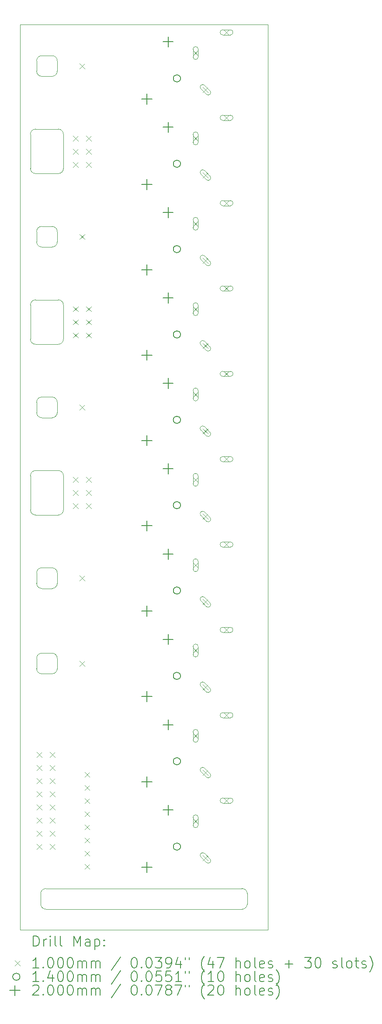
<source format=gbr>
%TF.GenerationSoftware,KiCad,Pcbnew,8.0.3*%
%TF.CreationDate,2024-06-29T16:08:03+02:00*%
%TF.ProjectId,DMH_Adapter_Mult_PCB,444d485f-4164-4617-9074-65725f4d756c,1*%
%TF.SameCoordinates,Original*%
%TF.FileFunction,Drillmap*%
%TF.FilePolarity,Positive*%
%FSLAX45Y45*%
G04 Gerber Fmt 4.5, Leading zero omitted, Abs format (unit mm)*
G04 Created by KiCad (PCBNEW 8.0.3) date 2024-06-29 16:08:03*
%MOMM*%
%LPD*%
G01*
G04 APERTURE LIST*
%ADD10C,0.050000*%
%ADD11C,0.200000*%
%ADD12C,0.100000*%
%ADD13C,0.140000*%
G04 APERTURE END LIST*
D10*
X5690000Y-13880000D02*
X5690000Y-13220000D01*
X5150000Y-7380000D02*
G75*
G02*
X5050000Y-7280000I0J100000D01*
G01*
X5250000Y-21300000D02*
G75*
G02*
X5350000Y-21200000I100000J0D01*
G01*
X5170000Y-15300000D02*
X5170000Y-15100000D01*
X5570000Y-15300000D02*
G75*
G02*
X5470000Y-15400000I-100000J0D01*
G01*
X5570000Y-8500000D02*
X5570000Y-8700000D01*
X5170000Y-11999289D02*
X5170000Y-11799289D01*
X5570000Y-5400000D02*
G75*
G02*
X5470000Y-5500000I-100000J0D01*
G01*
X5270000Y-15400000D02*
G75*
G02*
X5170000Y-15300000I0J100000D01*
G01*
X5570000Y-5200000D02*
X5570000Y-5400000D01*
X5470000Y-17050000D02*
X5270000Y-17050000D01*
X5150000Y-10680000D02*
X5590000Y-10680000D01*
X5170000Y-16950000D02*
X5170000Y-16750000D01*
X5170000Y-16750000D02*
G75*
G02*
X5270000Y-16650000I100000J0D01*
G01*
X5570000Y-15100000D02*
X5570000Y-15300000D01*
X5150000Y-10680000D02*
G75*
G02*
X5050000Y-10580000I0J100000D01*
G01*
X5270000Y-5100000D02*
X5470000Y-5100000D01*
X5170000Y-5400000D02*
X5170000Y-5200000D01*
X5470000Y-12099289D02*
X5270000Y-12099289D01*
X5270000Y-5500000D02*
G75*
G02*
X5170000Y-5400000I0J100000D01*
G01*
X9250000Y-21300000D02*
X9250000Y-21500000D01*
X5250000Y-21300000D02*
X5250000Y-21500000D01*
X5590000Y-13120000D02*
G75*
G02*
X5690000Y-13220000I0J-100000D01*
G01*
X5150000Y-13980000D02*
X5590000Y-13980000D01*
X9150000Y-21200000D02*
X5350000Y-21200000D01*
X9150000Y-21200000D02*
G75*
G02*
X9250000Y-21300000I0J-100000D01*
G01*
X9250000Y-21500000D02*
G75*
G02*
X9150000Y-21600000I-100000J0D01*
G01*
X5570000Y-16950000D02*
G75*
G02*
X5470000Y-17050000I-100000J0D01*
G01*
X4850000Y-4500000D02*
X9650000Y-4500000D01*
X9650000Y-22000000D01*
X4850000Y-22000000D01*
X4850000Y-4500000D01*
X5470000Y-11699289D02*
G75*
G02*
X5570001Y-11799289I0J-100001D01*
G01*
X5170000Y-11799289D02*
G75*
G02*
X5270000Y-11699290I100000J-1D01*
G01*
X5570000Y-11799289D02*
X5570000Y-11999289D01*
X5270000Y-11699289D02*
X5470000Y-11699289D01*
X5590000Y-9820000D02*
X5150000Y-9820000D01*
X5050000Y-13220000D02*
X5050000Y-13880000D01*
X5590000Y-6520000D02*
G75*
G02*
X5690000Y-6620000I0J-100000D01*
G01*
X5270000Y-16650000D02*
X5470000Y-16650000D01*
X5690000Y-7280000D02*
G75*
G02*
X5590000Y-7380000I-100000J0D01*
G01*
X5350000Y-21600000D02*
G75*
G02*
X5250000Y-21500000I0J100000D01*
G01*
X5150000Y-13980000D02*
G75*
G02*
X5050000Y-13880000I0J100000D01*
G01*
X5050000Y-6620000D02*
X5050000Y-7280000D01*
X5570000Y-11999289D02*
G75*
G02*
X5470000Y-12099290I-100000J-1D01*
G01*
X5470000Y-15400000D02*
X5270000Y-15400000D01*
X5170000Y-15100000D02*
G75*
G02*
X5270000Y-15000000I100000J0D01*
G01*
X5590000Y-9820000D02*
G75*
G02*
X5690000Y-9920000I0J-100000D01*
G01*
X5270000Y-17050000D02*
G75*
G02*
X5170000Y-16950000I0J100000D01*
G01*
X5470000Y-16650000D02*
G75*
G02*
X5570000Y-16750000I0J-100000D01*
G01*
X5050000Y-9920000D02*
X5050000Y-10580000D01*
X5350000Y-21600000D02*
X9150000Y-21600000D01*
X5050000Y-6620000D02*
G75*
G02*
X5150000Y-6520000I100000J0D01*
G01*
X5690000Y-10580000D02*
G75*
G02*
X5590000Y-10680000I-100000J0D01*
G01*
X5470000Y-8400000D02*
G75*
G02*
X5570000Y-8500000I0J-100000D01*
G01*
X5170000Y-5200000D02*
G75*
G02*
X5270000Y-5100000I100000J0D01*
G01*
X5270000Y-15000000D02*
X5470000Y-15000000D01*
X5170000Y-8700000D02*
X5170000Y-8500000D01*
X5270000Y-12099289D02*
G75*
G02*
X5170001Y-11999289I0J99999D01*
G01*
X5570000Y-16750000D02*
X5570000Y-16950000D01*
X5270000Y-8800000D02*
G75*
G02*
X5170000Y-8700000I0J100000D01*
G01*
X5150000Y-7380000D02*
X5590000Y-7380000D01*
X5470000Y-8800000D02*
X5270000Y-8800000D01*
X5270000Y-8400000D02*
X5470000Y-8400000D01*
X5590000Y-13120000D02*
X5150000Y-13120000D01*
X5690000Y-13880000D02*
G75*
G02*
X5590000Y-13980000I-100000J0D01*
G01*
X5470000Y-15000000D02*
G75*
G02*
X5570000Y-15100000I0J-100000D01*
G01*
X5470000Y-5500000D02*
X5270000Y-5500000D01*
X5470000Y-5100000D02*
G75*
G02*
X5570000Y-5200000I0J-100000D01*
G01*
X5170000Y-8500000D02*
G75*
G02*
X5270000Y-8400000I100000J0D01*
G01*
X5690000Y-10580000D02*
X5690000Y-9920000D01*
X5570000Y-8700000D02*
G75*
G02*
X5470000Y-8800000I-100000J0D01*
G01*
X5050000Y-13220000D02*
G75*
G02*
X5150000Y-13120000I100000J0D01*
G01*
X5590000Y-6520000D02*
X5150000Y-6520000D01*
X5050000Y-9920000D02*
G75*
G02*
X5150000Y-9820000I100000J0D01*
G01*
X5690000Y-7280000D02*
X5690000Y-6620000D01*
D11*
D12*
X5171250Y-18561000D02*
X5271250Y-18661000D01*
X5271250Y-18561000D02*
X5171250Y-18661000D01*
X5171250Y-18815000D02*
X5271250Y-18915000D01*
X5271250Y-18815000D02*
X5171250Y-18915000D01*
X5171250Y-19069000D02*
X5271250Y-19169000D01*
X5271250Y-19069000D02*
X5171250Y-19169000D01*
X5171250Y-19323000D02*
X5271250Y-19423000D01*
X5271250Y-19323000D02*
X5171250Y-19423000D01*
X5171250Y-19577000D02*
X5271250Y-19677000D01*
X5271250Y-19577000D02*
X5171250Y-19677000D01*
X5171250Y-19831000D02*
X5271250Y-19931000D01*
X5271250Y-19831000D02*
X5171250Y-19931000D01*
X5171250Y-20085000D02*
X5271250Y-20185000D01*
X5271250Y-20085000D02*
X5171250Y-20185000D01*
X5171250Y-20339000D02*
X5271250Y-20439000D01*
X5271250Y-20339000D02*
X5171250Y-20439000D01*
X5425250Y-18561000D02*
X5525250Y-18661000D01*
X5525250Y-18561000D02*
X5425250Y-18661000D01*
X5425250Y-18815000D02*
X5525250Y-18915000D01*
X5525250Y-18815000D02*
X5425250Y-18915000D01*
X5425250Y-19069000D02*
X5525250Y-19169000D01*
X5525250Y-19069000D02*
X5425250Y-19169000D01*
X5425250Y-19323000D02*
X5525250Y-19423000D01*
X5525250Y-19323000D02*
X5425250Y-19423000D01*
X5425250Y-19577000D02*
X5525250Y-19677000D01*
X5525250Y-19577000D02*
X5425250Y-19677000D01*
X5425250Y-19831000D02*
X5525250Y-19931000D01*
X5525250Y-19831000D02*
X5425250Y-19931000D01*
X5425250Y-20085000D02*
X5525250Y-20185000D01*
X5525250Y-20085000D02*
X5425250Y-20185000D01*
X5425250Y-20339000D02*
X5525250Y-20439000D01*
X5525250Y-20339000D02*
X5425250Y-20439000D01*
X5873500Y-6647500D02*
X5973500Y-6747500D01*
X5973500Y-6647500D02*
X5873500Y-6747500D01*
X5873500Y-6901500D02*
X5973500Y-7001500D01*
X5973500Y-6901500D02*
X5873500Y-7001500D01*
X5873500Y-7155500D02*
X5973500Y-7255500D01*
X5973500Y-7155500D02*
X5873500Y-7255500D01*
X5873500Y-9947500D02*
X5973500Y-10047500D01*
X5973500Y-9947500D02*
X5873500Y-10047500D01*
X5873500Y-10201500D02*
X5973500Y-10301500D01*
X5973500Y-10201500D02*
X5873500Y-10301500D01*
X5873500Y-10455500D02*
X5973500Y-10555500D01*
X5973500Y-10455500D02*
X5873500Y-10555500D01*
X5873500Y-13247500D02*
X5973500Y-13347500D01*
X5973500Y-13247500D02*
X5873500Y-13347500D01*
X5873500Y-13501500D02*
X5973500Y-13601500D01*
X5973500Y-13501500D02*
X5873500Y-13601500D01*
X5873500Y-13755500D02*
X5973500Y-13855500D01*
X5973500Y-13755500D02*
X5873500Y-13855500D01*
X6000000Y-5250000D02*
X6100000Y-5350000D01*
X6100000Y-5250000D02*
X6000000Y-5350000D01*
X6000000Y-8550000D02*
X6100000Y-8650000D01*
X6100000Y-8550000D02*
X6000000Y-8650000D01*
X6000000Y-11850000D02*
X6100000Y-11950000D01*
X6100000Y-11850000D02*
X6000000Y-11950000D01*
X6000000Y-15150000D02*
X6100000Y-15250000D01*
X6100000Y-15150000D02*
X6000000Y-15250000D01*
X6000000Y-16800000D02*
X6100000Y-16900000D01*
X6100000Y-16800000D02*
X6000000Y-16900000D01*
X6100000Y-18948000D02*
X6200000Y-19048000D01*
X6200000Y-18948000D02*
X6100000Y-19048000D01*
X6100000Y-19202000D02*
X6200000Y-19302000D01*
X6200000Y-19202000D02*
X6100000Y-19302000D01*
X6100000Y-19456000D02*
X6200000Y-19556000D01*
X6200000Y-19456000D02*
X6100000Y-19556000D01*
X6100000Y-19710000D02*
X6200000Y-19810000D01*
X6200000Y-19710000D02*
X6100000Y-19810000D01*
X6100000Y-19964000D02*
X6200000Y-20064000D01*
X6200000Y-19964000D02*
X6100000Y-20064000D01*
X6100000Y-20218000D02*
X6200000Y-20318000D01*
X6200000Y-20218000D02*
X6100000Y-20318000D01*
X6100000Y-20472000D02*
X6200000Y-20572000D01*
X6200000Y-20472000D02*
X6100000Y-20572000D01*
X6100000Y-20726000D02*
X6200000Y-20826000D01*
X6200000Y-20726000D02*
X6100000Y-20826000D01*
X6127500Y-6647500D02*
X6227500Y-6747500D01*
X6227500Y-6647500D02*
X6127500Y-6747500D01*
X6127500Y-6901500D02*
X6227500Y-7001500D01*
X6227500Y-6901500D02*
X6127500Y-7001500D01*
X6127500Y-7155500D02*
X6227500Y-7255500D01*
X6227500Y-7155500D02*
X6127500Y-7255500D01*
X6127500Y-9947500D02*
X6227500Y-10047500D01*
X6227500Y-9947500D02*
X6127500Y-10047500D01*
X6127500Y-10201500D02*
X6227500Y-10301500D01*
X6227500Y-10201500D02*
X6127500Y-10301500D01*
X6127500Y-10455500D02*
X6227500Y-10555500D01*
X6227500Y-10455500D02*
X6127500Y-10555500D01*
X6127500Y-13247500D02*
X6227500Y-13347500D01*
X6227500Y-13247500D02*
X6127500Y-13347500D01*
X6127500Y-13501500D02*
X6227500Y-13601500D01*
X6227500Y-13501500D02*
X6127500Y-13601500D01*
X6127500Y-13755500D02*
X6227500Y-13855500D01*
X6227500Y-13755500D02*
X6127500Y-13855500D01*
X8200000Y-5000000D02*
X8300000Y-5100000D01*
X8300000Y-5000000D02*
X8200000Y-5100000D01*
X8300000Y-5125000D02*
X8300000Y-4975000D01*
X8200000Y-4975000D02*
G75*
G02*
X8300000Y-4975000I50000J0D01*
G01*
X8200000Y-4975000D02*
X8200000Y-5125000D01*
X8200000Y-5125000D02*
G75*
G03*
X8300000Y-5125000I50000J0D01*
G01*
X8200000Y-6650000D02*
X8300000Y-6750000D01*
X8300000Y-6650000D02*
X8200000Y-6750000D01*
X8300000Y-6775000D02*
X8300000Y-6625000D01*
X8200000Y-6625000D02*
G75*
G02*
X8300000Y-6625000I50000J0D01*
G01*
X8200000Y-6625000D02*
X8200000Y-6775000D01*
X8200000Y-6775000D02*
G75*
G03*
X8300000Y-6775000I50000J0D01*
G01*
X8200000Y-8300000D02*
X8300000Y-8400000D01*
X8300000Y-8300000D02*
X8200000Y-8400000D01*
X8300000Y-8425000D02*
X8300000Y-8275000D01*
X8200000Y-8275000D02*
G75*
G02*
X8300000Y-8275000I50000J0D01*
G01*
X8200000Y-8275000D02*
X8200000Y-8425000D01*
X8200000Y-8425000D02*
G75*
G03*
X8300000Y-8425000I50000J0D01*
G01*
X8200000Y-9950000D02*
X8300000Y-10050000D01*
X8300000Y-9950000D02*
X8200000Y-10050000D01*
X8300000Y-10075000D02*
X8300000Y-9925000D01*
X8200000Y-9925000D02*
G75*
G02*
X8300000Y-9925000I50000J0D01*
G01*
X8200000Y-9925000D02*
X8200000Y-10075000D01*
X8200000Y-10075000D02*
G75*
G03*
X8300000Y-10075000I50000J0D01*
G01*
X8200000Y-11600000D02*
X8300000Y-11700000D01*
X8300000Y-11600000D02*
X8200000Y-11700000D01*
X8300000Y-11725000D02*
X8300000Y-11575000D01*
X8200000Y-11575000D02*
G75*
G02*
X8300000Y-11575000I50000J0D01*
G01*
X8200000Y-11575000D02*
X8200000Y-11725000D01*
X8200000Y-11725000D02*
G75*
G03*
X8300000Y-11725000I50000J0D01*
G01*
X8200000Y-13250000D02*
X8300000Y-13350000D01*
X8300000Y-13250000D02*
X8200000Y-13350000D01*
X8300000Y-13375000D02*
X8300000Y-13225000D01*
X8200000Y-13225000D02*
G75*
G02*
X8300000Y-13225000I50000J0D01*
G01*
X8200000Y-13225000D02*
X8200000Y-13375000D01*
X8200000Y-13375000D02*
G75*
G03*
X8300000Y-13375000I50000J0D01*
G01*
X8200000Y-14900000D02*
X8300000Y-15000000D01*
X8300000Y-14900000D02*
X8200000Y-15000000D01*
X8300000Y-15025000D02*
X8300000Y-14875000D01*
X8200000Y-14875000D02*
G75*
G02*
X8300000Y-14875000I50000J0D01*
G01*
X8200000Y-14875000D02*
X8200000Y-15025000D01*
X8200000Y-15025000D02*
G75*
G03*
X8300000Y-15025000I50000J0D01*
G01*
X8200000Y-16550000D02*
X8300000Y-16650000D01*
X8300000Y-16550000D02*
X8200000Y-16650000D01*
X8300000Y-16675000D02*
X8300000Y-16525000D01*
X8200000Y-16525000D02*
G75*
G02*
X8300000Y-16525000I50000J0D01*
G01*
X8200000Y-16525000D02*
X8200000Y-16675000D01*
X8200000Y-16675000D02*
G75*
G03*
X8300000Y-16675000I50000J0D01*
G01*
X8200000Y-18200000D02*
X8300000Y-18300000D01*
X8300000Y-18200000D02*
X8200000Y-18300000D01*
X8300000Y-18325000D02*
X8300000Y-18175000D01*
X8200000Y-18175000D02*
G75*
G02*
X8300000Y-18175000I50000J0D01*
G01*
X8200000Y-18175000D02*
X8200000Y-18325000D01*
X8200000Y-18325000D02*
G75*
G03*
X8300000Y-18325000I50000J0D01*
G01*
X8200000Y-19850000D02*
X8300000Y-19950000D01*
X8300000Y-19850000D02*
X8200000Y-19950000D01*
X8300000Y-19975000D02*
X8300000Y-19825000D01*
X8200000Y-19825000D02*
G75*
G02*
X8300000Y-19825000I50000J0D01*
G01*
X8200000Y-19825000D02*
X8200000Y-19975000D01*
X8200000Y-19975000D02*
G75*
G03*
X8300000Y-19975000I50000J0D01*
G01*
X8390381Y-5709619D02*
X8490381Y-5809619D01*
X8490381Y-5709619D02*
X8390381Y-5809619D01*
X8351993Y-5741941D02*
X8458059Y-5848007D01*
X8528769Y-5777297D02*
G75*
G02*
X8458059Y-5848007I-35355J-35355D01*
G01*
X8528769Y-5777297D02*
X8422703Y-5671231D01*
X8422703Y-5671231D02*
G75*
G03*
X8351993Y-5741941I-35355J-35355D01*
G01*
X8390381Y-7359619D02*
X8490381Y-7459619D01*
X8490381Y-7359619D02*
X8390381Y-7459619D01*
X8351993Y-7391941D02*
X8458059Y-7498007D01*
X8528769Y-7427297D02*
G75*
G02*
X8458059Y-7498007I-35355J-35355D01*
G01*
X8528769Y-7427297D02*
X8422703Y-7321231D01*
X8422703Y-7321231D02*
G75*
G03*
X8351993Y-7391941I-35355J-35355D01*
G01*
X8390381Y-9009619D02*
X8490381Y-9109619D01*
X8490381Y-9009619D02*
X8390381Y-9109619D01*
X8351993Y-9041941D02*
X8458059Y-9148007D01*
X8528769Y-9077297D02*
G75*
G02*
X8458059Y-9148007I-35355J-35355D01*
G01*
X8528769Y-9077297D02*
X8422703Y-8971231D01*
X8422703Y-8971231D02*
G75*
G03*
X8351993Y-9041941I-35355J-35355D01*
G01*
X8390381Y-10659619D02*
X8490381Y-10759619D01*
X8490381Y-10659619D02*
X8390381Y-10759619D01*
X8351993Y-10691941D02*
X8458059Y-10798007D01*
X8528769Y-10727297D02*
G75*
G02*
X8458059Y-10798007I-35355J-35355D01*
G01*
X8528769Y-10727297D02*
X8422703Y-10621231D01*
X8422703Y-10621231D02*
G75*
G03*
X8351993Y-10691941I-35355J-35355D01*
G01*
X8390381Y-12309619D02*
X8490381Y-12409619D01*
X8490381Y-12309619D02*
X8390381Y-12409619D01*
X8351993Y-12341941D02*
X8458059Y-12448007D01*
X8528769Y-12377297D02*
G75*
G02*
X8458059Y-12448007I-35355J-35355D01*
G01*
X8528769Y-12377297D02*
X8422703Y-12271231D01*
X8422703Y-12271231D02*
G75*
G03*
X8351993Y-12341941I-35355J-35355D01*
G01*
X8390381Y-13959619D02*
X8490381Y-14059619D01*
X8490381Y-13959619D02*
X8390381Y-14059619D01*
X8351993Y-13991941D02*
X8458059Y-14098007D01*
X8528769Y-14027297D02*
G75*
G02*
X8458059Y-14098007I-35355J-35355D01*
G01*
X8528769Y-14027297D02*
X8422703Y-13921231D01*
X8422703Y-13921231D02*
G75*
G03*
X8351993Y-13991941I-35355J-35355D01*
G01*
X8390381Y-15609619D02*
X8490381Y-15709619D01*
X8490381Y-15609619D02*
X8390381Y-15709619D01*
X8351993Y-15641941D02*
X8458059Y-15748007D01*
X8528769Y-15677297D02*
G75*
G02*
X8458059Y-15748007I-35355J-35355D01*
G01*
X8528769Y-15677297D02*
X8422703Y-15571231D01*
X8422703Y-15571231D02*
G75*
G03*
X8351993Y-15641941I-35355J-35355D01*
G01*
X8390381Y-17259619D02*
X8490381Y-17359619D01*
X8490381Y-17259619D02*
X8390381Y-17359619D01*
X8351993Y-17291941D02*
X8458059Y-17398007D01*
X8528769Y-17327297D02*
G75*
G02*
X8458059Y-17398007I-35355J-35355D01*
G01*
X8528769Y-17327297D02*
X8422703Y-17221231D01*
X8422703Y-17221231D02*
G75*
G03*
X8351993Y-17291941I-35355J-35355D01*
G01*
X8390381Y-18909619D02*
X8490381Y-19009619D01*
X8490381Y-18909619D02*
X8390381Y-19009619D01*
X8351993Y-18941941D02*
X8458059Y-19048007D01*
X8528769Y-18977297D02*
G75*
G02*
X8458059Y-19048007I-35355J-35355D01*
G01*
X8528769Y-18977297D02*
X8422703Y-18871231D01*
X8422703Y-18871231D02*
G75*
G03*
X8351993Y-18941941I-35355J-35355D01*
G01*
X8390381Y-20559619D02*
X8490381Y-20659619D01*
X8490381Y-20559619D02*
X8390381Y-20659619D01*
X8351993Y-20591941D02*
X8458059Y-20698007D01*
X8528769Y-20627297D02*
G75*
G02*
X8458059Y-20698007I-35355J-35355D01*
G01*
X8528769Y-20627297D02*
X8422703Y-20521231D01*
X8422703Y-20521231D02*
G75*
G03*
X8351993Y-20591941I-35355J-35355D01*
G01*
X8800000Y-4600000D02*
X8900000Y-4700000D01*
X8900000Y-4600000D02*
X8800000Y-4700000D01*
X8775000Y-4700000D02*
X8925000Y-4700000D01*
X8925000Y-4600000D02*
G75*
G02*
X8925000Y-4700000I0J-50000D01*
G01*
X8925000Y-4600000D02*
X8775000Y-4600000D01*
X8775000Y-4600000D02*
G75*
G03*
X8775000Y-4700000I0J-50000D01*
G01*
X8800000Y-6250000D02*
X8900000Y-6350000D01*
X8900000Y-6250000D02*
X8800000Y-6350000D01*
X8775000Y-6350000D02*
X8925000Y-6350000D01*
X8925000Y-6250000D02*
G75*
G02*
X8925000Y-6350000I0J-50000D01*
G01*
X8925000Y-6250000D02*
X8775000Y-6250000D01*
X8775000Y-6250000D02*
G75*
G03*
X8775000Y-6350000I0J-50000D01*
G01*
X8800000Y-7900000D02*
X8900000Y-8000000D01*
X8900000Y-7900000D02*
X8800000Y-8000000D01*
X8775000Y-8000000D02*
X8925000Y-8000000D01*
X8925000Y-7900000D02*
G75*
G02*
X8925000Y-8000000I0J-50000D01*
G01*
X8925000Y-7900000D02*
X8775000Y-7900000D01*
X8775000Y-7900000D02*
G75*
G03*
X8775000Y-8000000I0J-50000D01*
G01*
X8800000Y-9550000D02*
X8900000Y-9650000D01*
X8900000Y-9550000D02*
X8800000Y-9650000D01*
X8775000Y-9650000D02*
X8925000Y-9650000D01*
X8925000Y-9550000D02*
G75*
G02*
X8925000Y-9650000I0J-50000D01*
G01*
X8925000Y-9550000D02*
X8775000Y-9550000D01*
X8775000Y-9550000D02*
G75*
G03*
X8775000Y-9650000I0J-50000D01*
G01*
X8800000Y-11200000D02*
X8900000Y-11300000D01*
X8900000Y-11200000D02*
X8800000Y-11300000D01*
X8775000Y-11300000D02*
X8925000Y-11300000D01*
X8925000Y-11200000D02*
G75*
G02*
X8925000Y-11300000I0J-50000D01*
G01*
X8925000Y-11200000D02*
X8775000Y-11200000D01*
X8775000Y-11200000D02*
G75*
G03*
X8775000Y-11300000I0J-50000D01*
G01*
X8800000Y-12850000D02*
X8900000Y-12950000D01*
X8900000Y-12850000D02*
X8800000Y-12950000D01*
X8775000Y-12950000D02*
X8925000Y-12950000D01*
X8925000Y-12850000D02*
G75*
G02*
X8925000Y-12950000I0J-50000D01*
G01*
X8925000Y-12850000D02*
X8775000Y-12850000D01*
X8775000Y-12850000D02*
G75*
G03*
X8775000Y-12950000I0J-50000D01*
G01*
X8800000Y-14500000D02*
X8900000Y-14600000D01*
X8900000Y-14500000D02*
X8800000Y-14600000D01*
X8775000Y-14600000D02*
X8925000Y-14600000D01*
X8925000Y-14500000D02*
G75*
G02*
X8925000Y-14600000I0J-50000D01*
G01*
X8925000Y-14500000D02*
X8775000Y-14500000D01*
X8775000Y-14500000D02*
G75*
G03*
X8775000Y-14600000I0J-50000D01*
G01*
X8800000Y-16150000D02*
X8900000Y-16250000D01*
X8900000Y-16150000D02*
X8800000Y-16250000D01*
X8775000Y-16250000D02*
X8925000Y-16250000D01*
X8925000Y-16150000D02*
G75*
G02*
X8925000Y-16250000I0J-50000D01*
G01*
X8925000Y-16150000D02*
X8775000Y-16150000D01*
X8775000Y-16150000D02*
G75*
G03*
X8775000Y-16250000I0J-50000D01*
G01*
X8800000Y-17800000D02*
X8900000Y-17900000D01*
X8900000Y-17800000D02*
X8800000Y-17900000D01*
X8775000Y-17900000D02*
X8925000Y-17900000D01*
X8925000Y-17800000D02*
G75*
G02*
X8925000Y-17900000I0J-50000D01*
G01*
X8925000Y-17800000D02*
X8775000Y-17800000D01*
X8775000Y-17800000D02*
G75*
G03*
X8775000Y-17900000I0J-50000D01*
G01*
X8800000Y-19450000D02*
X8900000Y-19550000D01*
X8900000Y-19450000D02*
X8800000Y-19550000D01*
X8775000Y-19550000D02*
X8925000Y-19550000D01*
X8925000Y-19450000D02*
G75*
G02*
X8925000Y-19550000I0J-50000D01*
G01*
X8925000Y-19450000D02*
X8775000Y-19450000D01*
X8775000Y-19450000D02*
G75*
G03*
X8775000Y-19550000I0J-50000D01*
G01*
D13*
X7958000Y-5540000D02*
G75*
G02*
X7818000Y-5540000I-70000J0D01*
G01*
X7818000Y-5540000D02*
G75*
G02*
X7958000Y-5540000I70000J0D01*
G01*
X7958000Y-7190000D02*
G75*
G02*
X7818000Y-7190000I-70000J0D01*
G01*
X7818000Y-7190000D02*
G75*
G02*
X7958000Y-7190000I70000J0D01*
G01*
X7958000Y-8840000D02*
G75*
G02*
X7818000Y-8840000I-70000J0D01*
G01*
X7818000Y-8840000D02*
G75*
G02*
X7958000Y-8840000I70000J0D01*
G01*
X7958000Y-10490000D02*
G75*
G02*
X7818000Y-10490000I-70000J0D01*
G01*
X7818000Y-10490000D02*
G75*
G02*
X7958000Y-10490000I70000J0D01*
G01*
X7958000Y-12140000D02*
G75*
G02*
X7818000Y-12140000I-70000J0D01*
G01*
X7818000Y-12140000D02*
G75*
G02*
X7958000Y-12140000I70000J0D01*
G01*
X7958000Y-13790000D02*
G75*
G02*
X7818000Y-13790000I-70000J0D01*
G01*
X7818000Y-13790000D02*
G75*
G02*
X7958000Y-13790000I70000J0D01*
G01*
X7958000Y-15440000D02*
G75*
G02*
X7818000Y-15440000I-70000J0D01*
G01*
X7818000Y-15440000D02*
G75*
G02*
X7958000Y-15440000I70000J0D01*
G01*
X7958000Y-17090000D02*
G75*
G02*
X7818000Y-17090000I-70000J0D01*
G01*
X7818000Y-17090000D02*
G75*
G02*
X7958000Y-17090000I70000J0D01*
G01*
X7958000Y-18740000D02*
G75*
G02*
X7818000Y-18740000I-70000J0D01*
G01*
X7818000Y-18740000D02*
G75*
G02*
X7958000Y-18740000I70000J0D01*
G01*
X7958000Y-20390000D02*
G75*
G02*
X7818000Y-20390000I-70000J0D01*
G01*
X7818000Y-20390000D02*
G75*
G02*
X7958000Y-20390000I70000J0D01*
G01*
D11*
X7306000Y-5838000D02*
X7306000Y-6038000D01*
X7206000Y-5938000D02*
X7406000Y-5938000D01*
X7306000Y-7488000D02*
X7306000Y-7688000D01*
X7206000Y-7588000D02*
X7406000Y-7588000D01*
X7306000Y-9138000D02*
X7306000Y-9338000D01*
X7206000Y-9238000D02*
X7406000Y-9238000D01*
X7306000Y-10788000D02*
X7306000Y-10988000D01*
X7206000Y-10888000D02*
X7406000Y-10888000D01*
X7306000Y-12438000D02*
X7306000Y-12638000D01*
X7206000Y-12538000D02*
X7406000Y-12538000D01*
X7306000Y-14088000D02*
X7306000Y-14288000D01*
X7206000Y-14188000D02*
X7406000Y-14188000D01*
X7306000Y-15738000D02*
X7306000Y-15938000D01*
X7206000Y-15838000D02*
X7406000Y-15838000D01*
X7306000Y-17388000D02*
X7306000Y-17588000D01*
X7206000Y-17488000D02*
X7406000Y-17488000D01*
X7306000Y-19038000D02*
X7306000Y-19238000D01*
X7206000Y-19138000D02*
X7406000Y-19138000D01*
X7306000Y-20688000D02*
X7306000Y-20888000D01*
X7206000Y-20788000D02*
X7406000Y-20788000D01*
X7717000Y-4733000D02*
X7717000Y-4933000D01*
X7617000Y-4833000D02*
X7817000Y-4833000D01*
X7717000Y-6383000D02*
X7717000Y-6583000D01*
X7617000Y-6483000D02*
X7817000Y-6483000D01*
X7717000Y-8033000D02*
X7717000Y-8233000D01*
X7617000Y-8133000D02*
X7817000Y-8133000D01*
X7717000Y-9683000D02*
X7717000Y-9883000D01*
X7617000Y-9783000D02*
X7817000Y-9783000D01*
X7717000Y-11333000D02*
X7717000Y-11533000D01*
X7617000Y-11433000D02*
X7817000Y-11433000D01*
X7717000Y-12983000D02*
X7717000Y-13183000D01*
X7617000Y-13083000D02*
X7817000Y-13083000D01*
X7717000Y-14633000D02*
X7717000Y-14833000D01*
X7617000Y-14733000D02*
X7817000Y-14733000D01*
X7717000Y-16283000D02*
X7717000Y-16483000D01*
X7617000Y-16383000D02*
X7817000Y-16383000D01*
X7717000Y-17933000D02*
X7717000Y-18133000D01*
X7617000Y-18033000D02*
X7817000Y-18033000D01*
X7717000Y-19583000D02*
X7717000Y-19783000D01*
X7617000Y-19683000D02*
X7817000Y-19683000D01*
X5108277Y-22313984D02*
X5108277Y-22113984D01*
X5108277Y-22113984D02*
X5155896Y-22113984D01*
X5155896Y-22113984D02*
X5184467Y-22123508D01*
X5184467Y-22123508D02*
X5203515Y-22142555D01*
X5203515Y-22142555D02*
X5213039Y-22161603D01*
X5213039Y-22161603D02*
X5222563Y-22199698D01*
X5222563Y-22199698D02*
X5222563Y-22228270D01*
X5222563Y-22228270D02*
X5213039Y-22266365D01*
X5213039Y-22266365D02*
X5203515Y-22285412D01*
X5203515Y-22285412D02*
X5184467Y-22304460D01*
X5184467Y-22304460D02*
X5155896Y-22313984D01*
X5155896Y-22313984D02*
X5108277Y-22313984D01*
X5308277Y-22313984D02*
X5308277Y-22180650D01*
X5308277Y-22218746D02*
X5317801Y-22199698D01*
X5317801Y-22199698D02*
X5327324Y-22190174D01*
X5327324Y-22190174D02*
X5346372Y-22180650D01*
X5346372Y-22180650D02*
X5365420Y-22180650D01*
X5432086Y-22313984D02*
X5432086Y-22180650D01*
X5432086Y-22113984D02*
X5422563Y-22123508D01*
X5422563Y-22123508D02*
X5432086Y-22133031D01*
X5432086Y-22133031D02*
X5441610Y-22123508D01*
X5441610Y-22123508D02*
X5432086Y-22113984D01*
X5432086Y-22113984D02*
X5432086Y-22133031D01*
X5555896Y-22313984D02*
X5536848Y-22304460D01*
X5536848Y-22304460D02*
X5527324Y-22285412D01*
X5527324Y-22285412D02*
X5527324Y-22113984D01*
X5660658Y-22313984D02*
X5641610Y-22304460D01*
X5641610Y-22304460D02*
X5632086Y-22285412D01*
X5632086Y-22285412D02*
X5632086Y-22113984D01*
X5889229Y-22313984D02*
X5889229Y-22113984D01*
X5889229Y-22113984D02*
X5955896Y-22256841D01*
X5955896Y-22256841D02*
X6022562Y-22113984D01*
X6022562Y-22113984D02*
X6022562Y-22313984D01*
X6203515Y-22313984D02*
X6203515Y-22209222D01*
X6203515Y-22209222D02*
X6193991Y-22190174D01*
X6193991Y-22190174D02*
X6174943Y-22180650D01*
X6174943Y-22180650D02*
X6136848Y-22180650D01*
X6136848Y-22180650D02*
X6117801Y-22190174D01*
X6203515Y-22304460D02*
X6184467Y-22313984D01*
X6184467Y-22313984D02*
X6136848Y-22313984D01*
X6136848Y-22313984D02*
X6117801Y-22304460D01*
X6117801Y-22304460D02*
X6108277Y-22285412D01*
X6108277Y-22285412D02*
X6108277Y-22266365D01*
X6108277Y-22266365D02*
X6117801Y-22247317D01*
X6117801Y-22247317D02*
X6136848Y-22237793D01*
X6136848Y-22237793D02*
X6184467Y-22237793D01*
X6184467Y-22237793D02*
X6203515Y-22228270D01*
X6298753Y-22180650D02*
X6298753Y-22380650D01*
X6298753Y-22190174D02*
X6317801Y-22180650D01*
X6317801Y-22180650D02*
X6355896Y-22180650D01*
X6355896Y-22180650D02*
X6374943Y-22190174D01*
X6374943Y-22190174D02*
X6384467Y-22199698D01*
X6384467Y-22199698D02*
X6393991Y-22218746D01*
X6393991Y-22218746D02*
X6393991Y-22275889D01*
X6393991Y-22275889D02*
X6384467Y-22294936D01*
X6384467Y-22294936D02*
X6374943Y-22304460D01*
X6374943Y-22304460D02*
X6355896Y-22313984D01*
X6355896Y-22313984D02*
X6317801Y-22313984D01*
X6317801Y-22313984D02*
X6298753Y-22304460D01*
X6479705Y-22294936D02*
X6489229Y-22304460D01*
X6489229Y-22304460D02*
X6479705Y-22313984D01*
X6479705Y-22313984D02*
X6470182Y-22304460D01*
X6470182Y-22304460D02*
X6479705Y-22294936D01*
X6479705Y-22294936D02*
X6479705Y-22313984D01*
X6479705Y-22190174D02*
X6489229Y-22199698D01*
X6489229Y-22199698D02*
X6479705Y-22209222D01*
X6479705Y-22209222D02*
X6470182Y-22199698D01*
X6470182Y-22199698D02*
X6479705Y-22190174D01*
X6479705Y-22190174D02*
X6479705Y-22209222D01*
D12*
X4747500Y-22592500D02*
X4847500Y-22692500D01*
X4847500Y-22592500D02*
X4747500Y-22692500D01*
D11*
X5213039Y-22733984D02*
X5098753Y-22733984D01*
X5155896Y-22733984D02*
X5155896Y-22533984D01*
X5155896Y-22533984D02*
X5136848Y-22562555D01*
X5136848Y-22562555D02*
X5117801Y-22581603D01*
X5117801Y-22581603D02*
X5098753Y-22591127D01*
X5298753Y-22714936D02*
X5308277Y-22724460D01*
X5308277Y-22724460D02*
X5298753Y-22733984D01*
X5298753Y-22733984D02*
X5289229Y-22724460D01*
X5289229Y-22724460D02*
X5298753Y-22714936D01*
X5298753Y-22714936D02*
X5298753Y-22733984D01*
X5432086Y-22533984D02*
X5451134Y-22533984D01*
X5451134Y-22533984D02*
X5470182Y-22543508D01*
X5470182Y-22543508D02*
X5479705Y-22553031D01*
X5479705Y-22553031D02*
X5489229Y-22572079D01*
X5489229Y-22572079D02*
X5498753Y-22610174D01*
X5498753Y-22610174D02*
X5498753Y-22657793D01*
X5498753Y-22657793D02*
X5489229Y-22695888D01*
X5489229Y-22695888D02*
X5479705Y-22714936D01*
X5479705Y-22714936D02*
X5470182Y-22724460D01*
X5470182Y-22724460D02*
X5451134Y-22733984D01*
X5451134Y-22733984D02*
X5432086Y-22733984D01*
X5432086Y-22733984D02*
X5413039Y-22724460D01*
X5413039Y-22724460D02*
X5403515Y-22714936D01*
X5403515Y-22714936D02*
X5393991Y-22695888D01*
X5393991Y-22695888D02*
X5384467Y-22657793D01*
X5384467Y-22657793D02*
X5384467Y-22610174D01*
X5384467Y-22610174D02*
X5393991Y-22572079D01*
X5393991Y-22572079D02*
X5403515Y-22553031D01*
X5403515Y-22553031D02*
X5413039Y-22543508D01*
X5413039Y-22543508D02*
X5432086Y-22533984D01*
X5622562Y-22533984D02*
X5641610Y-22533984D01*
X5641610Y-22533984D02*
X5660658Y-22543508D01*
X5660658Y-22543508D02*
X5670182Y-22553031D01*
X5670182Y-22553031D02*
X5679705Y-22572079D01*
X5679705Y-22572079D02*
X5689229Y-22610174D01*
X5689229Y-22610174D02*
X5689229Y-22657793D01*
X5689229Y-22657793D02*
X5679705Y-22695888D01*
X5679705Y-22695888D02*
X5670182Y-22714936D01*
X5670182Y-22714936D02*
X5660658Y-22724460D01*
X5660658Y-22724460D02*
X5641610Y-22733984D01*
X5641610Y-22733984D02*
X5622562Y-22733984D01*
X5622562Y-22733984D02*
X5603515Y-22724460D01*
X5603515Y-22724460D02*
X5593991Y-22714936D01*
X5593991Y-22714936D02*
X5584467Y-22695888D01*
X5584467Y-22695888D02*
X5574944Y-22657793D01*
X5574944Y-22657793D02*
X5574944Y-22610174D01*
X5574944Y-22610174D02*
X5584467Y-22572079D01*
X5584467Y-22572079D02*
X5593991Y-22553031D01*
X5593991Y-22553031D02*
X5603515Y-22543508D01*
X5603515Y-22543508D02*
X5622562Y-22533984D01*
X5813039Y-22533984D02*
X5832086Y-22533984D01*
X5832086Y-22533984D02*
X5851134Y-22543508D01*
X5851134Y-22543508D02*
X5860658Y-22553031D01*
X5860658Y-22553031D02*
X5870182Y-22572079D01*
X5870182Y-22572079D02*
X5879705Y-22610174D01*
X5879705Y-22610174D02*
X5879705Y-22657793D01*
X5879705Y-22657793D02*
X5870182Y-22695888D01*
X5870182Y-22695888D02*
X5860658Y-22714936D01*
X5860658Y-22714936D02*
X5851134Y-22724460D01*
X5851134Y-22724460D02*
X5832086Y-22733984D01*
X5832086Y-22733984D02*
X5813039Y-22733984D01*
X5813039Y-22733984D02*
X5793991Y-22724460D01*
X5793991Y-22724460D02*
X5784467Y-22714936D01*
X5784467Y-22714936D02*
X5774943Y-22695888D01*
X5774943Y-22695888D02*
X5765420Y-22657793D01*
X5765420Y-22657793D02*
X5765420Y-22610174D01*
X5765420Y-22610174D02*
X5774943Y-22572079D01*
X5774943Y-22572079D02*
X5784467Y-22553031D01*
X5784467Y-22553031D02*
X5793991Y-22543508D01*
X5793991Y-22543508D02*
X5813039Y-22533984D01*
X5965420Y-22733984D02*
X5965420Y-22600650D01*
X5965420Y-22619698D02*
X5974943Y-22610174D01*
X5974943Y-22610174D02*
X5993991Y-22600650D01*
X5993991Y-22600650D02*
X6022563Y-22600650D01*
X6022563Y-22600650D02*
X6041610Y-22610174D01*
X6041610Y-22610174D02*
X6051134Y-22629222D01*
X6051134Y-22629222D02*
X6051134Y-22733984D01*
X6051134Y-22629222D02*
X6060658Y-22610174D01*
X6060658Y-22610174D02*
X6079705Y-22600650D01*
X6079705Y-22600650D02*
X6108277Y-22600650D01*
X6108277Y-22600650D02*
X6127324Y-22610174D01*
X6127324Y-22610174D02*
X6136848Y-22629222D01*
X6136848Y-22629222D02*
X6136848Y-22733984D01*
X6232086Y-22733984D02*
X6232086Y-22600650D01*
X6232086Y-22619698D02*
X6241610Y-22610174D01*
X6241610Y-22610174D02*
X6260658Y-22600650D01*
X6260658Y-22600650D02*
X6289229Y-22600650D01*
X6289229Y-22600650D02*
X6308277Y-22610174D01*
X6308277Y-22610174D02*
X6317801Y-22629222D01*
X6317801Y-22629222D02*
X6317801Y-22733984D01*
X6317801Y-22629222D02*
X6327324Y-22610174D01*
X6327324Y-22610174D02*
X6346372Y-22600650D01*
X6346372Y-22600650D02*
X6374943Y-22600650D01*
X6374943Y-22600650D02*
X6393991Y-22610174D01*
X6393991Y-22610174D02*
X6403515Y-22629222D01*
X6403515Y-22629222D02*
X6403515Y-22733984D01*
X6793991Y-22524460D02*
X6622563Y-22781603D01*
X7051134Y-22533984D02*
X7070182Y-22533984D01*
X7070182Y-22533984D02*
X7089229Y-22543508D01*
X7089229Y-22543508D02*
X7098753Y-22553031D01*
X7098753Y-22553031D02*
X7108277Y-22572079D01*
X7108277Y-22572079D02*
X7117801Y-22610174D01*
X7117801Y-22610174D02*
X7117801Y-22657793D01*
X7117801Y-22657793D02*
X7108277Y-22695888D01*
X7108277Y-22695888D02*
X7098753Y-22714936D01*
X7098753Y-22714936D02*
X7089229Y-22724460D01*
X7089229Y-22724460D02*
X7070182Y-22733984D01*
X7070182Y-22733984D02*
X7051134Y-22733984D01*
X7051134Y-22733984D02*
X7032086Y-22724460D01*
X7032086Y-22724460D02*
X7022563Y-22714936D01*
X7022563Y-22714936D02*
X7013039Y-22695888D01*
X7013039Y-22695888D02*
X7003515Y-22657793D01*
X7003515Y-22657793D02*
X7003515Y-22610174D01*
X7003515Y-22610174D02*
X7013039Y-22572079D01*
X7013039Y-22572079D02*
X7022563Y-22553031D01*
X7022563Y-22553031D02*
X7032086Y-22543508D01*
X7032086Y-22543508D02*
X7051134Y-22533984D01*
X7203515Y-22714936D02*
X7213039Y-22724460D01*
X7213039Y-22724460D02*
X7203515Y-22733984D01*
X7203515Y-22733984D02*
X7193991Y-22724460D01*
X7193991Y-22724460D02*
X7203515Y-22714936D01*
X7203515Y-22714936D02*
X7203515Y-22733984D01*
X7336848Y-22533984D02*
X7355896Y-22533984D01*
X7355896Y-22533984D02*
X7374944Y-22543508D01*
X7374944Y-22543508D02*
X7384467Y-22553031D01*
X7384467Y-22553031D02*
X7393991Y-22572079D01*
X7393991Y-22572079D02*
X7403515Y-22610174D01*
X7403515Y-22610174D02*
X7403515Y-22657793D01*
X7403515Y-22657793D02*
X7393991Y-22695888D01*
X7393991Y-22695888D02*
X7384467Y-22714936D01*
X7384467Y-22714936D02*
X7374944Y-22724460D01*
X7374944Y-22724460D02*
X7355896Y-22733984D01*
X7355896Y-22733984D02*
X7336848Y-22733984D01*
X7336848Y-22733984D02*
X7317801Y-22724460D01*
X7317801Y-22724460D02*
X7308277Y-22714936D01*
X7308277Y-22714936D02*
X7298753Y-22695888D01*
X7298753Y-22695888D02*
X7289229Y-22657793D01*
X7289229Y-22657793D02*
X7289229Y-22610174D01*
X7289229Y-22610174D02*
X7298753Y-22572079D01*
X7298753Y-22572079D02*
X7308277Y-22553031D01*
X7308277Y-22553031D02*
X7317801Y-22543508D01*
X7317801Y-22543508D02*
X7336848Y-22533984D01*
X7470182Y-22533984D02*
X7593991Y-22533984D01*
X7593991Y-22533984D02*
X7527325Y-22610174D01*
X7527325Y-22610174D02*
X7555896Y-22610174D01*
X7555896Y-22610174D02*
X7574944Y-22619698D01*
X7574944Y-22619698D02*
X7584467Y-22629222D01*
X7584467Y-22629222D02*
X7593991Y-22648269D01*
X7593991Y-22648269D02*
X7593991Y-22695888D01*
X7593991Y-22695888D02*
X7584467Y-22714936D01*
X7584467Y-22714936D02*
X7574944Y-22724460D01*
X7574944Y-22724460D02*
X7555896Y-22733984D01*
X7555896Y-22733984D02*
X7498753Y-22733984D01*
X7498753Y-22733984D02*
X7479706Y-22724460D01*
X7479706Y-22724460D02*
X7470182Y-22714936D01*
X7689229Y-22733984D02*
X7727325Y-22733984D01*
X7727325Y-22733984D02*
X7746372Y-22724460D01*
X7746372Y-22724460D02*
X7755896Y-22714936D01*
X7755896Y-22714936D02*
X7774944Y-22686365D01*
X7774944Y-22686365D02*
X7784467Y-22648269D01*
X7784467Y-22648269D02*
X7784467Y-22572079D01*
X7784467Y-22572079D02*
X7774944Y-22553031D01*
X7774944Y-22553031D02*
X7765420Y-22543508D01*
X7765420Y-22543508D02*
X7746372Y-22533984D01*
X7746372Y-22533984D02*
X7708277Y-22533984D01*
X7708277Y-22533984D02*
X7689229Y-22543508D01*
X7689229Y-22543508D02*
X7679706Y-22553031D01*
X7679706Y-22553031D02*
X7670182Y-22572079D01*
X7670182Y-22572079D02*
X7670182Y-22619698D01*
X7670182Y-22619698D02*
X7679706Y-22638746D01*
X7679706Y-22638746D02*
X7689229Y-22648269D01*
X7689229Y-22648269D02*
X7708277Y-22657793D01*
X7708277Y-22657793D02*
X7746372Y-22657793D01*
X7746372Y-22657793D02*
X7765420Y-22648269D01*
X7765420Y-22648269D02*
X7774944Y-22638746D01*
X7774944Y-22638746D02*
X7784467Y-22619698D01*
X7955896Y-22600650D02*
X7955896Y-22733984D01*
X7908277Y-22524460D02*
X7860658Y-22667317D01*
X7860658Y-22667317D02*
X7984467Y-22667317D01*
X8051134Y-22533984D02*
X8051134Y-22572079D01*
X8127325Y-22533984D02*
X8127325Y-22572079D01*
X8422563Y-22810174D02*
X8413039Y-22800650D01*
X8413039Y-22800650D02*
X8393991Y-22772079D01*
X8393991Y-22772079D02*
X8384468Y-22753031D01*
X8384468Y-22753031D02*
X8374944Y-22724460D01*
X8374944Y-22724460D02*
X8365420Y-22676841D01*
X8365420Y-22676841D02*
X8365420Y-22638746D01*
X8365420Y-22638746D02*
X8374944Y-22591127D01*
X8374944Y-22591127D02*
X8384468Y-22562555D01*
X8384468Y-22562555D02*
X8393991Y-22543508D01*
X8393991Y-22543508D02*
X8413039Y-22514936D01*
X8413039Y-22514936D02*
X8422563Y-22505412D01*
X8584468Y-22600650D02*
X8584468Y-22733984D01*
X8536849Y-22524460D02*
X8489230Y-22667317D01*
X8489230Y-22667317D02*
X8613039Y-22667317D01*
X8670182Y-22533984D02*
X8803515Y-22533984D01*
X8803515Y-22533984D02*
X8717801Y-22733984D01*
X9032087Y-22733984D02*
X9032087Y-22533984D01*
X9117801Y-22733984D02*
X9117801Y-22629222D01*
X9117801Y-22629222D02*
X9108277Y-22610174D01*
X9108277Y-22610174D02*
X9089230Y-22600650D01*
X9089230Y-22600650D02*
X9060658Y-22600650D01*
X9060658Y-22600650D02*
X9041611Y-22610174D01*
X9041611Y-22610174D02*
X9032087Y-22619698D01*
X9241611Y-22733984D02*
X9222563Y-22724460D01*
X9222563Y-22724460D02*
X9213039Y-22714936D01*
X9213039Y-22714936D02*
X9203515Y-22695888D01*
X9203515Y-22695888D02*
X9203515Y-22638746D01*
X9203515Y-22638746D02*
X9213039Y-22619698D01*
X9213039Y-22619698D02*
X9222563Y-22610174D01*
X9222563Y-22610174D02*
X9241611Y-22600650D01*
X9241611Y-22600650D02*
X9270182Y-22600650D01*
X9270182Y-22600650D02*
X9289230Y-22610174D01*
X9289230Y-22610174D02*
X9298753Y-22619698D01*
X9298753Y-22619698D02*
X9308277Y-22638746D01*
X9308277Y-22638746D02*
X9308277Y-22695888D01*
X9308277Y-22695888D02*
X9298753Y-22714936D01*
X9298753Y-22714936D02*
X9289230Y-22724460D01*
X9289230Y-22724460D02*
X9270182Y-22733984D01*
X9270182Y-22733984D02*
X9241611Y-22733984D01*
X9422563Y-22733984D02*
X9403515Y-22724460D01*
X9403515Y-22724460D02*
X9393992Y-22705412D01*
X9393992Y-22705412D02*
X9393992Y-22533984D01*
X9574944Y-22724460D02*
X9555896Y-22733984D01*
X9555896Y-22733984D02*
X9517801Y-22733984D01*
X9517801Y-22733984D02*
X9498753Y-22724460D01*
X9498753Y-22724460D02*
X9489230Y-22705412D01*
X9489230Y-22705412D02*
X9489230Y-22629222D01*
X9489230Y-22629222D02*
X9498753Y-22610174D01*
X9498753Y-22610174D02*
X9517801Y-22600650D01*
X9517801Y-22600650D02*
X9555896Y-22600650D01*
X9555896Y-22600650D02*
X9574944Y-22610174D01*
X9574944Y-22610174D02*
X9584468Y-22629222D01*
X9584468Y-22629222D02*
X9584468Y-22648269D01*
X9584468Y-22648269D02*
X9489230Y-22667317D01*
X9660658Y-22724460D02*
X9679706Y-22733984D01*
X9679706Y-22733984D02*
X9717801Y-22733984D01*
X9717801Y-22733984D02*
X9736849Y-22724460D01*
X9736849Y-22724460D02*
X9746373Y-22705412D01*
X9746373Y-22705412D02*
X9746373Y-22695888D01*
X9746373Y-22695888D02*
X9736849Y-22676841D01*
X9736849Y-22676841D02*
X9717801Y-22667317D01*
X9717801Y-22667317D02*
X9689230Y-22667317D01*
X9689230Y-22667317D02*
X9670182Y-22657793D01*
X9670182Y-22657793D02*
X9660658Y-22638746D01*
X9660658Y-22638746D02*
X9660658Y-22629222D01*
X9660658Y-22629222D02*
X9670182Y-22610174D01*
X9670182Y-22610174D02*
X9689230Y-22600650D01*
X9689230Y-22600650D02*
X9717801Y-22600650D01*
X9717801Y-22600650D02*
X9736849Y-22610174D01*
X9984468Y-22657793D02*
X10136849Y-22657793D01*
X10060658Y-22733984D02*
X10060658Y-22581603D01*
X10365420Y-22533984D02*
X10489230Y-22533984D01*
X10489230Y-22533984D02*
X10422563Y-22610174D01*
X10422563Y-22610174D02*
X10451135Y-22610174D01*
X10451135Y-22610174D02*
X10470182Y-22619698D01*
X10470182Y-22619698D02*
X10479706Y-22629222D01*
X10479706Y-22629222D02*
X10489230Y-22648269D01*
X10489230Y-22648269D02*
X10489230Y-22695888D01*
X10489230Y-22695888D02*
X10479706Y-22714936D01*
X10479706Y-22714936D02*
X10470182Y-22724460D01*
X10470182Y-22724460D02*
X10451135Y-22733984D01*
X10451135Y-22733984D02*
X10393992Y-22733984D01*
X10393992Y-22733984D02*
X10374944Y-22724460D01*
X10374944Y-22724460D02*
X10365420Y-22714936D01*
X10613039Y-22533984D02*
X10632087Y-22533984D01*
X10632087Y-22533984D02*
X10651135Y-22543508D01*
X10651135Y-22543508D02*
X10660658Y-22553031D01*
X10660658Y-22553031D02*
X10670182Y-22572079D01*
X10670182Y-22572079D02*
X10679706Y-22610174D01*
X10679706Y-22610174D02*
X10679706Y-22657793D01*
X10679706Y-22657793D02*
X10670182Y-22695888D01*
X10670182Y-22695888D02*
X10660658Y-22714936D01*
X10660658Y-22714936D02*
X10651135Y-22724460D01*
X10651135Y-22724460D02*
X10632087Y-22733984D01*
X10632087Y-22733984D02*
X10613039Y-22733984D01*
X10613039Y-22733984D02*
X10593992Y-22724460D01*
X10593992Y-22724460D02*
X10584468Y-22714936D01*
X10584468Y-22714936D02*
X10574944Y-22695888D01*
X10574944Y-22695888D02*
X10565420Y-22657793D01*
X10565420Y-22657793D02*
X10565420Y-22610174D01*
X10565420Y-22610174D02*
X10574944Y-22572079D01*
X10574944Y-22572079D02*
X10584468Y-22553031D01*
X10584468Y-22553031D02*
X10593992Y-22543508D01*
X10593992Y-22543508D02*
X10613039Y-22533984D01*
X10908277Y-22724460D02*
X10927325Y-22733984D01*
X10927325Y-22733984D02*
X10965420Y-22733984D01*
X10965420Y-22733984D02*
X10984468Y-22724460D01*
X10984468Y-22724460D02*
X10993992Y-22705412D01*
X10993992Y-22705412D02*
X10993992Y-22695888D01*
X10993992Y-22695888D02*
X10984468Y-22676841D01*
X10984468Y-22676841D02*
X10965420Y-22667317D01*
X10965420Y-22667317D02*
X10936849Y-22667317D01*
X10936849Y-22667317D02*
X10917801Y-22657793D01*
X10917801Y-22657793D02*
X10908277Y-22638746D01*
X10908277Y-22638746D02*
X10908277Y-22629222D01*
X10908277Y-22629222D02*
X10917801Y-22610174D01*
X10917801Y-22610174D02*
X10936849Y-22600650D01*
X10936849Y-22600650D02*
X10965420Y-22600650D01*
X10965420Y-22600650D02*
X10984468Y-22610174D01*
X11108277Y-22733984D02*
X11089230Y-22724460D01*
X11089230Y-22724460D02*
X11079706Y-22705412D01*
X11079706Y-22705412D02*
X11079706Y-22533984D01*
X11213039Y-22733984D02*
X11193992Y-22724460D01*
X11193992Y-22724460D02*
X11184468Y-22714936D01*
X11184468Y-22714936D02*
X11174944Y-22695888D01*
X11174944Y-22695888D02*
X11174944Y-22638746D01*
X11174944Y-22638746D02*
X11184468Y-22619698D01*
X11184468Y-22619698D02*
X11193992Y-22610174D01*
X11193992Y-22610174D02*
X11213039Y-22600650D01*
X11213039Y-22600650D02*
X11241611Y-22600650D01*
X11241611Y-22600650D02*
X11260658Y-22610174D01*
X11260658Y-22610174D02*
X11270182Y-22619698D01*
X11270182Y-22619698D02*
X11279706Y-22638746D01*
X11279706Y-22638746D02*
X11279706Y-22695888D01*
X11279706Y-22695888D02*
X11270182Y-22714936D01*
X11270182Y-22714936D02*
X11260658Y-22724460D01*
X11260658Y-22724460D02*
X11241611Y-22733984D01*
X11241611Y-22733984D02*
X11213039Y-22733984D01*
X11336849Y-22600650D02*
X11413039Y-22600650D01*
X11365420Y-22533984D02*
X11365420Y-22705412D01*
X11365420Y-22705412D02*
X11374944Y-22724460D01*
X11374944Y-22724460D02*
X11393992Y-22733984D01*
X11393992Y-22733984D02*
X11413039Y-22733984D01*
X11470182Y-22724460D02*
X11489230Y-22733984D01*
X11489230Y-22733984D02*
X11527325Y-22733984D01*
X11527325Y-22733984D02*
X11546373Y-22724460D01*
X11546373Y-22724460D02*
X11555896Y-22705412D01*
X11555896Y-22705412D02*
X11555896Y-22695888D01*
X11555896Y-22695888D02*
X11546373Y-22676841D01*
X11546373Y-22676841D02*
X11527325Y-22667317D01*
X11527325Y-22667317D02*
X11498754Y-22667317D01*
X11498754Y-22667317D02*
X11479706Y-22657793D01*
X11479706Y-22657793D02*
X11470182Y-22638746D01*
X11470182Y-22638746D02*
X11470182Y-22629222D01*
X11470182Y-22629222D02*
X11479706Y-22610174D01*
X11479706Y-22610174D02*
X11498754Y-22600650D01*
X11498754Y-22600650D02*
X11527325Y-22600650D01*
X11527325Y-22600650D02*
X11546373Y-22610174D01*
X11622563Y-22810174D02*
X11632087Y-22800650D01*
X11632087Y-22800650D02*
X11651135Y-22772079D01*
X11651135Y-22772079D02*
X11660658Y-22753031D01*
X11660658Y-22753031D02*
X11670182Y-22724460D01*
X11670182Y-22724460D02*
X11679706Y-22676841D01*
X11679706Y-22676841D02*
X11679706Y-22638746D01*
X11679706Y-22638746D02*
X11670182Y-22591127D01*
X11670182Y-22591127D02*
X11660658Y-22562555D01*
X11660658Y-22562555D02*
X11651135Y-22543508D01*
X11651135Y-22543508D02*
X11632087Y-22514936D01*
X11632087Y-22514936D02*
X11622563Y-22505412D01*
D13*
X4847500Y-22906500D02*
G75*
G02*
X4707500Y-22906500I-70000J0D01*
G01*
X4707500Y-22906500D02*
G75*
G02*
X4847500Y-22906500I70000J0D01*
G01*
D11*
X5213039Y-22997984D02*
X5098753Y-22997984D01*
X5155896Y-22997984D02*
X5155896Y-22797984D01*
X5155896Y-22797984D02*
X5136848Y-22826555D01*
X5136848Y-22826555D02*
X5117801Y-22845603D01*
X5117801Y-22845603D02*
X5098753Y-22855127D01*
X5298753Y-22978936D02*
X5308277Y-22988460D01*
X5308277Y-22988460D02*
X5298753Y-22997984D01*
X5298753Y-22997984D02*
X5289229Y-22988460D01*
X5289229Y-22988460D02*
X5298753Y-22978936D01*
X5298753Y-22978936D02*
X5298753Y-22997984D01*
X5479705Y-22864650D02*
X5479705Y-22997984D01*
X5432086Y-22788460D02*
X5384467Y-22931317D01*
X5384467Y-22931317D02*
X5508277Y-22931317D01*
X5622562Y-22797984D02*
X5641610Y-22797984D01*
X5641610Y-22797984D02*
X5660658Y-22807508D01*
X5660658Y-22807508D02*
X5670182Y-22817031D01*
X5670182Y-22817031D02*
X5679705Y-22836079D01*
X5679705Y-22836079D02*
X5689229Y-22874174D01*
X5689229Y-22874174D02*
X5689229Y-22921793D01*
X5689229Y-22921793D02*
X5679705Y-22959888D01*
X5679705Y-22959888D02*
X5670182Y-22978936D01*
X5670182Y-22978936D02*
X5660658Y-22988460D01*
X5660658Y-22988460D02*
X5641610Y-22997984D01*
X5641610Y-22997984D02*
X5622562Y-22997984D01*
X5622562Y-22997984D02*
X5603515Y-22988460D01*
X5603515Y-22988460D02*
X5593991Y-22978936D01*
X5593991Y-22978936D02*
X5584467Y-22959888D01*
X5584467Y-22959888D02*
X5574944Y-22921793D01*
X5574944Y-22921793D02*
X5574944Y-22874174D01*
X5574944Y-22874174D02*
X5584467Y-22836079D01*
X5584467Y-22836079D02*
X5593991Y-22817031D01*
X5593991Y-22817031D02*
X5603515Y-22807508D01*
X5603515Y-22807508D02*
X5622562Y-22797984D01*
X5813039Y-22797984D02*
X5832086Y-22797984D01*
X5832086Y-22797984D02*
X5851134Y-22807508D01*
X5851134Y-22807508D02*
X5860658Y-22817031D01*
X5860658Y-22817031D02*
X5870182Y-22836079D01*
X5870182Y-22836079D02*
X5879705Y-22874174D01*
X5879705Y-22874174D02*
X5879705Y-22921793D01*
X5879705Y-22921793D02*
X5870182Y-22959888D01*
X5870182Y-22959888D02*
X5860658Y-22978936D01*
X5860658Y-22978936D02*
X5851134Y-22988460D01*
X5851134Y-22988460D02*
X5832086Y-22997984D01*
X5832086Y-22997984D02*
X5813039Y-22997984D01*
X5813039Y-22997984D02*
X5793991Y-22988460D01*
X5793991Y-22988460D02*
X5784467Y-22978936D01*
X5784467Y-22978936D02*
X5774943Y-22959888D01*
X5774943Y-22959888D02*
X5765420Y-22921793D01*
X5765420Y-22921793D02*
X5765420Y-22874174D01*
X5765420Y-22874174D02*
X5774943Y-22836079D01*
X5774943Y-22836079D02*
X5784467Y-22817031D01*
X5784467Y-22817031D02*
X5793991Y-22807508D01*
X5793991Y-22807508D02*
X5813039Y-22797984D01*
X5965420Y-22997984D02*
X5965420Y-22864650D01*
X5965420Y-22883698D02*
X5974943Y-22874174D01*
X5974943Y-22874174D02*
X5993991Y-22864650D01*
X5993991Y-22864650D02*
X6022563Y-22864650D01*
X6022563Y-22864650D02*
X6041610Y-22874174D01*
X6041610Y-22874174D02*
X6051134Y-22893222D01*
X6051134Y-22893222D02*
X6051134Y-22997984D01*
X6051134Y-22893222D02*
X6060658Y-22874174D01*
X6060658Y-22874174D02*
X6079705Y-22864650D01*
X6079705Y-22864650D02*
X6108277Y-22864650D01*
X6108277Y-22864650D02*
X6127324Y-22874174D01*
X6127324Y-22874174D02*
X6136848Y-22893222D01*
X6136848Y-22893222D02*
X6136848Y-22997984D01*
X6232086Y-22997984D02*
X6232086Y-22864650D01*
X6232086Y-22883698D02*
X6241610Y-22874174D01*
X6241610Y-22874174D02*
X6260658Y-22864650D01*
X6260658Y-22864650D02*
X6289229Y-22864650D01*
X6289229Y-22864650D02*
X6308277Y-22874174D01*
X6308277Y-22874174D02*
X6317801Y-22893222D01*
X6317801Y-22893222D02*
X6317801Y-22997984D01*
X6317801Y-22893222D02*
X6327324Y-22874174D01*
X6327324Y-22874174D02*
X6346372Y-22864650D01*
X6346372Y-22864650D02*
X6374943Y-22864650D01*
X6374943Y-22864650D02*
X6393991Y-22874174D01*
X6393991Y-22874174D02*
X6403515Y-22893222D01*
X6403515Y-22893222D02*
X6403515Y-22997984D01*
X6793991Y-22788460D02*
X6622563Y-23045603D01*
X7051134Y-22797984D02*
X7070182Y-22797984D01*
X7070182Y-22797984D02*
X7089229Y-22807508D01*
X7089229Y-22807508D02*
X7098753Y-22817031D01*
X7098753Y-22817031D02*
X7108277Y-22836079D01*
X7108277Y-22836079D02*
X7117801Y-22874174D01*
X7117801Y-22874174D02*
X7117801Y-22921793D01*
X7117801Y-22921793D02*
X7108277Y-22959888D01*
X7108277Y-22959888D02*
X7098753Y-22978936D01*
X7098753Y-22978936D02*
X7089229Y-22988460D01*
X7089229Y-22988460D02*
X7070182Y-22997984D01*
X7070182Y-22997984D02*
X7051134Y-22997984D01*
X7051134Y-22997984D02*
X7032086Y-22988460D01*
X7032086Y-22988460D02*
X7022563Y-22978936D01*
X7022563Y-22978936D02*
X7013039Y-22959888D01*
X7013039Y-22959888D02*
X7003515Y-22921793D01*
X7003515Y-22921793D02*
X7003515Y-22874174D01*
X7003515Y-22874174D02*
X7013039Y-22836079D01*
X7013039Y-22836079D02*
X7022563Y-22817031D01*
X7022563Y-22817031D02*
X7032086Y-22807508D01*
X7032086Y-22807508D02*
X7051134Y-22797984D01*
X7203515Y-22978936D02*
X7213039Y-22988460D01*
X7213039Y-22988460D02*
X7203515Y-22997984D01*
X7203515Y-22997984D02*
X7193991Y-22988460D01*
X7193991Y-22988460D02*
X7203515Y-22978936D01*
X7203515Y-22978936D02*
X7203515Y-22997984D01*
X7336848Y-22797984D02*
X7355896Y-22797984D01*
X7355896Y-22797984D02*
X7374944Y-22807508D01*
X7374944Y-22807508D02*
X7384467Y-22817031D01*
X7384467Y-22817031D02*
X7393991Y-22836079D01*
X7393991Y-22836079D02*
X7403515Y-22874174D01*
X7403515Y-22874174D02*
X7403515Y-22921793D01*
X7403515Y-22921793D02*
X7393991Y-22959888D01*
X7393991Y-22959888D02*
X7384467Y-22978936D01*
X7384467Y-22978936D02*
X7374944Y-22988460D01*
X7374944Y-22988460D02*
X7355896Y-22997984D01*
X7355896Y-22997984D02*
X7336848Y-22997984D01*
X7336848Y-22997984D02*
X7317801Y-22988460D01*
X7317801Y-22988460D02*
X7308277Y-22978936D01*
X7308277Y-22978936D02*
X7298753Y-22959888D01*
X7298753Y-22959888D02*
X7289229Y-22921793D01*
X7289229Y-22921793D02*
X7289229Y-22874174D01*
X7289229Y-22874174D02*
X7298753Y-22836079D01*
X7298753Y-22836079D02*
X7308277Y-22817031D01*
X7308277Y-22817031D02*
X7317801Y-22807508D01*
X7317801Y-22807508D02*
X7336848Y-22797984D01*
X7584467Y-22797984D02*
X7489229Y-22797984D01*
X7489229Y-22797984D02*
X7479706Y-22893222D01*
X7479706Y-22893222D02*
X7489229Y-22883698D01*
X7489229Y-22883698D02*
X7508277Y-22874174D01*
X7508277Y-22874174D02*
X7555896Y-22874174D01*
X7555896Y-22874174D02*
X7574944Y-22883698D01*
X7574944Y-22883698D02*
X7584467Y-22893222D01*
X7584467Y-22893222D02*
X7593991Y-22912269D01*
X7593991Y-22912269D02*
X7593991Y-22959888D01*
X7593991Y-22959888D02*
X7584467Y-22978936D01*
X7584467Y-22978936D02*
X7574944Y-22988460D01*
X7574944Y-22988460D02*
X7555896Y-22997984D01*
X7555896Y-22997984D02*
X7508277Y-22997984D01*
X7508277Y-22997984D02*
X7489229Y-22988460D01*
X7489229Y-22988460D02*
X7479706Y-22978936D01*
X7774944Y-22797984D02*
X7679706Y-22797984D01*
X7679706Y-22797984D02*
X7670182Y-22893222D01*
X7670182Y-22893222D02*
X7679706Y-22883698D01*
X7679706Y-22883698D02*
X7698753Y-22874174D01*
X7698753Y-22874174D02*
X7746372Y-22874174D01*
X7746372Y-22874174D02*
X7765420Y-22883698D01*
X7765420Y-22883698D02*
X7774944Y-22893222D01*
X7774944Y-22893222D02*
X7784467Y-22912269D01*
X7784467Y-22912269D02*
X7784467Y-22959888D01*
X7784467Y-22959888D02*
X7774944Y-22978936D01*
X7774944Y-22978936D02*
X7765420Y-22988460D01*
X7765420Y-22988460D02*
X7746372Y-22997984D01*
X7746372Y-22997984D02*
X7698753Y-22997984D01*
X7698753Y-22997984D02*
X7679706Y-22988460D01*
X7679706Y-22988460D02*
X7670182Y-22978936D01*
X7974944Y-22997984D02*
X7860658Y-22997984D01*
X7917801Y-22997984D02*
X7917801Y-22797984D01*
X7917801Y-22797984D02*
X7898753Y-22826555D01*
X7898753Y-22826555D02*
X7879706Y-22845603D01*
X7879706Y-22845603D02*
X7860658Y-22855127D01*
X8051134Y-22797984D02*
X8051134Y-22836079D01*
X8127325Y-22797984D02*
X8127325Y-22836079D01*
X8422563Y-23074174D02*
X8413039Y-23064650D01*
X8413039Y-23064650D02*
X8393991Y-23036079D01*
X8393991Y-23036079D02*
X8384468Y-23017031D01*
X8384468Y-23017031D02*
X8374944Y-22988460D01*
X8374944Y-22988460D02*
X8365420Y-22940841D01*
X8365420Y-22940841D02*
X8365420Y-22902746D01*
X8365420Y-22902746D02*
X8374944Y-22855127D01*
X8374944Y-22855127D02*
X8384468Y-22826555D01*
X8384468Y-22826555D02*
X8393991Y-22807508D01*
X8393991Y-22807508D02*
X8413039Y-22778936D01*
X8413039Y-22778936D02*
X8422563Y-22769412D01*
X8603515Y-22997984D02*
X8489230Y-22997984D01*
X8546372Y-22997984D02*
X8546372Y-22797984D01*
X8546372Y-22797984D02*
X8527325Y-22826555D01*
X8527325Y-22826555D02*
X8508277Y-22845603D01*
X8508277Y-22845603D02*
X8489230Y-22855127D01*
X8727325Y-22797984D02*
X8746372Y-22797984D01*
X8746372Y-22797984D02*
X8765420Y-22807508D01*
X8765420Y-22807508D02*
X8774944Y-22817031D01*
X8774944Y-22817031D02*
X8784468Y-22836079D01*
X8784468Y-22836079D02*
X8793991Y-22874174D01*
X8793991Y-22874174D02*
X8793991Y-22921793D01*
X8793991Y-22921793D02*
X8784468Y-22959888D01*
X8784468Y-22959888D02*
X8774944Y-22978936D01*
X8774944Y-22978936D02*
X8765420Y-22988460D01*
X8765420Y-22988460D02*
X8746372Y-22997984D01*
X8746372Y-22997984D02*
X8727325Y-22997984D01*
X8727325Y-22997984D02*
X8708277Y-22988460D01*
X8708277Y-22988460D02*
X8698753Y-22978936D01*
X8698753Y-22978936D02*
X8689230Y-22959888D01*
X8689230Y-22959888D02*
X8679706Y-22921793D01*
X8679706Y-22921793D02*
X8679706Y-22874174D01*
X8679706Y-22874174D02*
X8689230Y-22836079D01*
X8689230Y-22836079D02*
X8698753Y-22817031D01*
X8698753Y-22817031D02*
X8708277Y-22807508D01*
X8708277Y-22807508D02*
X8727325Y-22797984D01*
X9032087Y-22997984D02*
X9032087Y-22797984D01*
X9117801Y-22997984D02*
X9117801Y-22893222D01*
X9117801Y-22893222D02*
X9108277Y-22874174D01*
X9108277Y-22874174D02*
X9089230Y-22864650D01*
X9089230Y-22864650D02*
X9060658Y-22864650D01*
X9060658Y-22864650D02*
X9041611Y-22874174D01*
X9041611Y-22874174D02*
X9032087Y-22883698D01*
X9241611Y-22997984D02*
X9222563Y-22988460D01*
X9222563Y-22988460D02*
X9213039Y-22978936D01*
X9213039Y-22978936D02*
X9203515Y-22959888D01*
X9203515Y-22959888D02*
X9203515Y-22902746D01*
X9203515Y-22902746D02*
X9213039Y-22883698D01*
X9213039Y-22883698D02*
X9222563Y-22874174D01*
X9222563Y-22874174D02*
X9241611Y-22864650D01*
X9241611Y-22864650D02*
X9270182Y-22864650D01*
X9270182Y-22864650D02*
X9289230Y-22874174D01*
X9289230Y-22874174D02*
X9298753Y-22883698D01*
X9298753Y-22883698D02*
X9308277Y-22902746D01*
X9308277Y-22902746D02*
X9308277Y-22959888D01*
X9308277Y-22959888D02*
X9298753Y-22978936D01*
X9298753Y-22978936D02*
X9289230Y-22988460D01*
X9289230Y-22988460D02*
X9270182Y-22997984D01*
X9270182Y-22997984D02*
X9241611Y-22997984D01*
X9422563Y-22997984D02*
X9403515Y-22988460D01*
X9403515Y-22988460D02*
X9393992Y-22969412D01*
X9393992Y-22969412D02*
X9393992Y-22797984D01*
X9574944Y-22988460D02*
X9555896Y-22997984D01*
X9555896Y-22997984D02*
X9517801Y-22997984D01*
X9517801Y-22997984D02*
X9498753Y-22988460D01*
X9498753Y-22988460D02*
X9489230Y-22969412D01*
X9489230Y-22969412D02*
X9489230Y-22893222D01*
X9489230Y-22893222D02*
X9498753Y-22874174D01*
X9498753Y-22874174D02*
X9517801Y-22864650D01*
X9517801Y-22864650D02*
X9555896Y-22864650D01*
X9555896Y-22864650D02*
X9574944Y-22874174D01*
X9574944Y-22874174D02*
X9584468Y-22893222D01*
X9584468Y-22893222D02*
X9584468Y-22912269D01*
X9584468Y-22912269D02*
X9489230Y-22931317D01*
X9660658Y-22988460D02*
X9679706Y-22997984D01*
X9679706Y-22997984D02*
X9717801Y-22997984D01*
X9717801Y-22997984D02*
X9736849Y-22988460D01*
X9736849Y-22988460D02*
X9746373Y-22969412D01*
X9746373Y-22969412D02*
X9746373Y-22959888D01*
X9746373Y-22959888D02*
X9736849Y-22940841D01*
X9736849Y-22940841D02*
X9717801Y-22931317D01*
X9717801Y-22931317D02*
X9689230Y-22931317D01*
X9689230Y-22931317D02*
X9670182Y-22921793D01*
X9670182Y-22921793D02*
X9660658Y-22902746D01*
X9660658Y-22902746D02*
X9660658Y-22893222D01*
X9660658Y-22893222D02*
X9670182Y-22874174D01*
X9670182Y-22874174D02*
X9689230Y-22864650D01*
X9689230Y-22864650D02*
X9717801Y-22864650D01*
X9717801Y-22864650D02*
X9736849Y-22874174D01*
X9813039Y-23074174D02*
X9822563Y-23064650D01*
X9822563Y-23064650D02*
X9841611Y-23036079D01*
X9841611Y-23036079D02*
X9851134Y-23017031D01*
X9851134Y-23017031D02*
X9860658Y-22988460D01*
X9860658Y-22988460D02*
X9870182Y-22940841D01*
X9870182Y-22940841D02*
X9870182Y-22902746D01*
X9870182Y-22902746D02*
X9860658Y-22855127D01*
X9860658Y-22855127D02*
X9851134Y-22826555D01*
X9851134Y-22826555D02*
X9841611Y-22807508D01*
X9841611Y-22807508D02*
X9822563Y-22778936D01*
X9822563Y-22778936D02*
X9813039Y-22769412D01*
X4747500Y-23070500D02*
X4747500Y-23270500D01*
X4647500Y-23170500D02*
X4847500Y-23170500D01*
X5098753Y-23081031D02*
X5108277Y-23071508D01*
X5108277Y-23071508D02*
X5127324Y-23061984D01*
X5127324Y-23061984D02*
X5174944Y-23061984D01*
X5174944Y-23061984D02*
X5193991Y-23071508D01*
X5193991Y-23071508D02*
X5203515Y-23081031D01*
X5203515Y-23081031D02*
X5213039Y-23100079D01*
X5213039Y-23100079D02*
X5213039Y-23119127D01*
X5213039Y-23119127D02*
X5203515Y-23147698D01*
X5203515Y-23147698D02*
X5089229Y-23261984D01*
X5089229Y-23261984D02*
X5213039Y-23261984D01*
X5298753Y-23242936D02*
X5308277Y-23252460D01*
X5308277Y-23252460D02*
X5298753Y-23261984D01*
X5298753Y-23261984D02*
X5289229Y-23252460D01*
X5289229Y-23252460D02*
X5298753Y-23242936D01*
X5298753Y-23242936D02*
X5298753Y-23261984D01*
X5432086Y-23061984D02*
X5451134Y-23061984D01*
X5451134Y-23061984D02*
X5470182Y-23071508D01*
X5470182Y-23071508D02*
X5479705Y-23081031D01*
X5479705Y-23081031D02*
X5489229Y-23100079D01*
X5489229Y-23100079D02*
X5498753Y-23138174D01*
X5498753Y-23138174D02*
X5498753Y-23185793D01*
X5498753Y-23185793D02*
X5489229Y-23223888D01*
X5489229Y-23223888D02*
X5479705Y-23242936D01*
X5479705Y-23242936D02*
X5470182Y-23252460D01*
X5470182Y-23252460D02*
X5451134Y-23261984D01*
X5451134Y-23261984D02*
X5432086Y-23261984D01*
X5432086Y-23261984D02*
X5413039Y-23252460D01*
X5413039Y-23252460D02*
X5403515Y-23242936D01*
X5403515Y-23242936D02*
X5393991Y-23223888D01*
X5393991Y-23223888D02*
X5384467Y-23185793D01*
X5384467Y-23185793D02*
X5384467Y-23138174D01*
X5384467Y-23138174D02*
X5393991Y-23100079D01*
X5393991Y-23100079D02*
X5403515Y-23081031D01*
X5403515Y-23081031D02*
X5413039Y-23071508D01*
X5413039Y-23071508D02*
X5432086Y-23061984D01*
X5622562Y-23061984D02*
X5641610Y-23061984D01*
X5641610Y-23061984D02*
X5660658Y-23071508D01*
X5660658Y-23071508D02*
X5670182Y-23081031D01*
X5670182Y-23081031D02*
X5679705Y-23100079D01*
X5679705Y-23100079D02*
X5689229Y-23138174D01*
X5689229Y-23138174D02*
X5689229Y-23185793D01*
X5689229Y-23185793D02*
X5679705Y-23223888D01*
X5679705Y-23223888D02*
X5670182Y-23242936D01*
X5670182Y-23242936D02*
X5660658Y-23252460D01*
X5660658Y-23252460D02*
X5641610Y-23261984D01*
X5641610Y-23261984D02*
X5622562Y-23261984D01*
X5622562Y-23261984D02*
X5603515Y-23252460D01*
X5603515Y-23252460D02*
X5593991Y-23242936D01*
X5593991Y-23242936D02*
X5584467Y-23223888D01*
X5584467Y-23223888D02*
X5574944Y-23185793D01*
X5574944Y-23185793D02*
X5574944Y-23138174D01*
X5574944Y-23138174D02*
X5584467Y-23100079D01*
X5584467Y-23100079D02*
X5593991Y-23081031D01*
X5593991Y-23081031D02*
X5603515Y-23071508D01*
X5603515Y-23071508D02*
X5622562Y-23061984D01*
X5813039Y-23061984D02*
X5832086Y-23061984D01*
X5832086Y-23061984D02*
X5851134Y-23071508D01*
X5851134Y-23071508D02*
X5860658Y-23081031D01*
X5860658Y-23081031D02*
X5870182Y-23100079D01*
X5870182Y-23100079D02*
X5879705Y-23138174D01*
X5879705Y-23138174D02*
X5879705Y-23185793D01*
X5879705Y-23185793D02*
X5870182Y-23223888D01*
X5870182Y-23223888D02*
X5860658Y-23242936D01*
X5860658Y-23242936D02*
X5851134Y-23252460D01*
X5851134Y-23252460D02*
X5832086Y-23261984D01*
X5832086Y-23261984D02*
X5813039Y-23261984D01*
X5813039Y-23261984D02*
X5793991Y-23252460D01*
X5793991Y-23252460D02*
X5784467Y-23242936D01*
X5784467Y-23242936D02*
X5774943Y-23223888D01*
X5774943Y-23223888D02*
X5765420Y-23185793D01*
X5765420Y-23185793D02*
X5765420Y-23138174D01*
X5765420Y-23138174D02*
X5774943Y-23100079D01*
X5774943Y-23100079D02*
X5784467Y-23081031D01*
X5784467Y-23081031D02*
X5793991Y-23071508D01*
X5793991Y-23071508D02*
X5813039Y-23061984D01*
X5965420Y-23261984D02*
X5965420Y-23128650D01*
X5965420Y-23147698D02*
X5974943Y-23138174D01*
X5974943Y-23138174D02*
X5993991Y-23128650D01*
X5993991Y-23128650D02*
X6022563Y-23128650D01*
X6022563Y-23128650D02*
X6041610Y-23138174D01*
X6041610Y-23138174D02*
X6051134Y-23157222D01*
X6051134Y-23157222D02*
X6051134Y-23261984D01*
X6051134Y-23157222D02*
X6060658Y-23138174D01*
X6060658Y-23138174D02*
X6079705Y-23128650D01*
X6079705Y-23128650D02*
X6108277Y-23128650D01*
X6108277Y-23128650D02*
X6127324Y-23138174D01*
X6127324Y-23138174D02*
X6136848Y-23157222D01*
X6136848Y-23157222D02*
X6136848Y-23261984D01*
X6232086Y-23261984D02*
X6232086Y-23128650D01*
X6232086Y-23147698D02*
X6241610Y-23138174D01*
X6241610Y-23138174D02*
X6260658Y-23128650D01*
X6260658Y-23128650D02*
X6289229Y-23128650D01*
X6289229Y-23128650D02*
X6308277Y-23138174D01*
X6308277Y-23138174D02*
X6317801Y-23157222D01*
X6317801Y-23157222D02*
X6317801Y-23261984D01*
X6317801Y-23157222D02*
X6327324Y-23138174D01*
X6327324Y-23138174D02*
X6346372Y-23128650D01*
X6346372Y-23128650D02*
X6374943Y-23128650D01*
X6374943Y-23128650D02*
X6393991Y-23138174D01*
X6393991Y-23138174D02*
X6403515Y-23157222D01*
X6403515Y-23157222D02*
X6403515Y-23261984D01*
X6793991Y-23052460D02*
X6622563Y-23309603D01*
X7051134Y-23061984D02*
X7070182Y-23061984D01*
X7070182Y-23061984D02*
X7089229Y-23071508D01*
X7089229Y-23071508D02*
X7098753Y-23081031D01*
X7098753Y-23081031D02*
X7108277Y-23100079D01*
X7108277Y-23100079D02*
X7117801Y-23138174D01*
X7117801Y-23138174D02*
X7117801Y-23185793D01*
X7117801Y-23185793D02*
X7108277Y-23223888D01*
X7108277Y-23223888D02*
X7098753Y-23242936D01*
X7098753Y-23242936D02*
X7089229Y-23252460D01*
X7089229Y-23252460D02*
X7070182Y-23261984D01*
X7070182Y-23261984D02*
X7051134Y-23261984D01*
X7051134Y-23261984D02*
X7032086Y-23252460D01*
X7032086Y-23252460D02*
X7022563Y-23242936D01*
X7022563Y-23242936D02*
X7013039Y-23223888D01*
X7013039Y-23223888D02*
X7003515Y-23185793D01*
X7003515Y-23185793D02*
X7003515Y-23138174D01*
X7003515Y-23138174D02*
X7013039Y-23100079D01*
X7013039Y-23100079D02*
X7022563Y-23081031D01*
X7022563Y-23081031D02*
X7032086Y-23071508D01*
X7032086Y-23071508D02*
X7051134Y-23061984D01*
X7203515Y-23242936D02*
X7213039Y-23252460D01*
X7213039Y-23252460D02*
X7203515Y-23261984D01*
X7203515Y-23261984D02*
X7193991Y-23252460D01*
X7193991Y-23252460D02*
X7203515Y-23242936D01*
X7203515Y-23242936D02*
X7203515Y-23261984D01*
X7336848Y-23061984D02*
X7355896Y-23061984D01*
X7355896Y-23061984D02*
X7374944Y-23071508D01*
X7374944Y-23071508D02*
X7384467Y-23081031D01*
X7384467Y-23081031D02*
X7393991Y-23100079D01*
X7393991Y-23100079D02*
X7403515Y-23138174D01*
X7403515Y-23138174D02*
X7403515Y-23185793D01*
X7403515Y-23185793D02*
X7393991Y-23223888D01*
X7393991Y-23223888D02*
X7384467Y-23242936D01*
X7384467Y-23242936D02*
X7374944Y-23252460D01*
X7374944Y-23252460D02*
X7355896Y-23261984D01*
X7355896Y-23261984D02*
X7336848Y-23261984D01*
X7336848Y-23261984D02*
X7317801Y-23252460D01*
X7317801Y-23252460D02*
X7308277Y-23242936D01*
X7308277Y-23242936D02*
X7298753Y-23223888D01*
X7298753Y-23223888D02*
X7289229Y-23185793D01*
X7289229Y-23185793D02*
X7289229Y-23138174D01*
X7289229Y-23138174D02*
X7298753Y-23100079D01*
X7298753Y-23100079D02*
X7308277Y-23081031D01*
X7308277Y-23081031D02*
X7317801Y-23071508D01*
X7317801Y-23071508D02*
X7336848Y-23061984D01*
X7470182Y-23061984D02*
X7603515Y-23061984D01*
X7603515Y-23061984D02*
X7517801Y-23261984D01*
X7708277Y-23147698D02*
X7689229Y-23138174D01*
X7689229Y-23138174D02*
X7679706Y-23128650D01*
X7679706Y-23128650D02*
X7670182Y-23109603D01*
X7670182Y-23109603D02*
X7670182Y-23100079D01*
X7670182Y-23100079D02*
X7679706Y-23081031D01*
X7679706Y-23081031D02*
X7689229Y-23071508D01*
X7689229Y-23071508D02*
X7708277Y-23061984D01*
X7708277Y-23061984D02*
X7746372Y-23061984D01*
X7746372Y-23061984D02*
X7765420Y-23071508D01*
X7765420Y-23071508D02*
X7774944Y-23081031D01*
X7774944Y-23081031D02*
X7784467Y-23100079D01*
X7784467Y-23100079D02*
X7784467Y-23109603D01*
X7784467Y-23109603D02*
X7774944Y-23128650D01*
X7774944Y-23128650D02*
X7765420Y-23138174D01*
X7765420Y-23138174D02*
X7746372Y-23147698D01*
X7746372Y-23147698D02*
X7708277Y-23147698D01*
X7708277Y-23147698D02*
X7689229Y-23157222D01*
X7689229Y-23157222D02*
X7679706Y-23166746D01*
X7679706Y-23166746D02*
X7670182Y-23185793D01*
X7670182Y-23185793D02*
X7670182Y-23223888D01*
X7670182Y-23223888D02*
X7679706Y-23242936D01*
X7679706Y-23242936D02*
X7689229Y-23252460D01*
X7689229Y-23252460D02*
X7708277Y-23261984D01*
X7708277Y-23261984D02*
X7746372Y-23261984D01*
X7746372Y-23261984D02*
X7765420Y-23252460D01*
X7765420Y-23252460D02*
X7774944Y-23242936D01*
X7774944Y-23242936D02*
X7784467Y-23223888D01*
X7784467Y-23223888D02*
X7784467Y-23185793D01*
X7784467Y-23185793D02*
X7774944Y-23166746D01*
X7774944Y-23166746D02*
X7765420Y-23157222D01*
X7765420Y-23157222D02*
X7746372Y-23147698D01*
X7851134Y-23061984D02*
X7984467Y-23061984D01*
X7984467Y-23061984D02*
X7898753Y-23261984D01*
X8051134Y-23061984D02*
X8051134Y-23100079D01*
X8127325Y-23061984D02*
X8127325Y-23100079D01*
X8422563Y-23338174D02*
X8413039Y-23328650D01*
X8413039Y-23328650D02*
X8393991Y-23300079D01*
X8393991Y-23300079D02*
X8384468Y-23281031D01*
X8384468Y-23281031D02*
X8374944Y-23252460D01*
X8374944Y-23252460D02*
X8365420Y-23204841D01*
X8365420Y-23204841D02*
X8365420Y-23166746D01*
X8365420Y-23166746D02*
X8374944Y-23119127D01*
X8374944Y-23119127D02*
X8384468Y-23090555D01*
X8384468Y-23090555D02*
X8393991Y-23071508D01*
X8393991Y-23071508D02*
X8413039Y-23042936D01*
X8413039Y-23042936D02*
X8422563Y-23033412D01*
X8489230Y-23081031D02*
X8498753Y-23071508D01*
X8498753Y-23071508D02*
X8517801Y-23061984D01*
X8517801Y-23061984D02*
X8565420Y-23061984D01*
X8565420Y-23061984D02*
X8584468Y-23071508D01*
X8584468Y-23071508D02*
X8593991Y-23081031D01*
X8593991Y-23081031D02*
X8603515Y-23100079D01*
X8603515Y-23100079D02*
X8603515Y-23119127D01*
X8603515Y-23119127D02*
X8593991Y-23147698D01*
X8593991Y-23147698D02*
X8479706Y-23261984D01*
X8479706Y-23261984D02*
X8603515Y-23261984D01*
X8727325Y-23061984D02*
X8746372Y-23061984D01*
X8746372Y-23061984D02*
X8765420Y-23071508D01*
X8765420Y-23071508D02*
X8774944Y-23081031D01*
X8774944Y-23081031D02*
X8784468Y-23100079D01*
X8784468Y-23100079D02*
X8793991Y-23138174D01*
X8793991Y-23138174D02*
X8793991Y-23185793D01*
X8793991Y-23185793D02*
X8784468Y-23223888D01*
X8784468Y-23223888D02*
X8774944Y-23242936D01*
X8774944Y-23242936D02*
X8765420Y-23252460D01*
X8765420Y-23252460D02*
X8746372Y-23261984D01*
X8746372Y-23261984D02*
X8727325Y-23261984D01*
X8727325Y-23261984D02*
X8708277Y-23252460D01*
X8708277Y-23252460D02*
X8698753Y-23242936D01*
X8698753Y-23242936D02*
X8689230Y-23223888D01*
X8689230Y-23223888D02*
X8679706Y-23185793D01*
X8679706Y-23185793D02*
X8679706Y-23138174D01*
X8679706Y-23138174D02*
X8689230Y-23100079D01*
X8689230Y-23100079D02*
X8698753Y-23081031D01*
X8698753Y-23081031D02*
X8708277Y-23071508D01*
X8708277Y-23071508D02*
X8727325Y-23061984D01*
X9032087Y-23261984D02*
X9032087Y-23061984D01*
X9117801Y-23261984D02*
X9117801Y-23157222D01*
X9117801Y-23157222D02*
X9108277Y-23138174D01*
X9108277Y-23138174D02*
X9089230Y-23128650D01*
X9089230Y-23128650D02*
X9060658Y-23128650D01*
X9060658Y-23128650D02*
X9041611Y-23138174D01*
X9041611Y-23138174D02*
X9032087Y-23147698D01*
X9241611Y-23261984D02*
X9222563Y-23252460D01*
X9222563Y-23252460D02*
X9213039Y-23242936D01*
X9213039Y-23242936D02*
X9203515Y-23223888D01*
X9203515Y-23223888D02*
X9203515Y-23166746D01*
X9203515Y-23166746D02*
X9213039Y-23147698D01*
X9213039Y-23147698D02*
X9222563Y-23138174D01*
X9222563Y-23138174D02*
X9241611Y-23128650D01*
X9241611Y-23128650D02*
X9270182Y-23128650D01*
X9270182Y-23128650D02*
X9289230Y-23138174D01*
X9289230Y-23138174D02*
X9298753Y-23147698D01*
X9298753Y-23147698D02*
X9308277Y-23166746D01*
X9308277Y-23166746D02*
X9308277Y-23223888D01*
X9308277Y-23223888D02*
X9298753Y-23242936D01*
X9298753Y-23242936D02*
X9289230Y-23252460D01*
X9289230Y-23252460D02*
X9270182Y-23261984D01*
X9270182Y-23261984D02*
X9241611Y-23261984D01*
X9422563Y-23261984D02*
X9403515Y-23252460D01*
X9403515Y-23252460D02*
X9393992Y-23233412D01*
X9393992Y-23233412D02*
X9393992Y-23061984D01*
X9574944Y-23252460D02*
X9555896Y-23261984D01*
X9555896Y-23261984D02*
X9517801Y-23261984D01*
X9517801Y-23261984D02*
X9498753Y-23252460D01*
X9498753Y-23252460D02*
X9489230Y-23233412D01*
X9489230Y-23233412D02*
X9489230Y-23157222D01*
X9489230Y-23157222D02*
X9498753Y-23138174D01*
X9498753Y-23138174D02*
X9517801Y-23128650D01*
X9517801Y-23128650D02*
X9555896Y-23128650D01*
X9555896Y-23128650D02*
X9574944Y-23138174D01*
X9574944Y-23138174D02*
X9584468Y-23157222D01*
X9584468Y-23157222D02*
X9584468Y-23176269D01*
X9584468Y-23176269D02*
X9489230Y-23195317D01*
X9660658Y-23252460D02*
X9679706Y-23261984D01*
X9679706Y-23261984D02*
X9717801Y-23261984D01*
X9717801Y-23261984D02*
X9736849Y-23252460D01*
X9736849Y-23252460D02*
X9746373Y-23233412D01*
X9746373Y-23233412D02*
X9746373Y-23223888D01*
X9746373Y-23223888D02*
X9736849Y-23204841D01*
X9736849Y-23204841D02*
X9717801Y-23195317D01*
X9717801Y-23195317D02*
X9689230Y-23195317D01*
X9689230Y-23195317D02*
X9670182Y-23185793D01*
X9670182Y-23185793D02*
X9660658Y-23166746D01*
X9660658Y-23166746D02*
X9660658Y-23157222D01*
X9660658Y-23157222D02*
X9670182Y-23138174D01*
X9670182Y-23138174D02*
X9689230Y-23128650D01*
X9689230Y-23128650D02*
X9717801Y-23128650D01*
X9717801Y-23128650D02*
X9736849Y-23138174D01*
X9813039Y-23338174D02*
X9822563Y-23328650D01*
X9822563Y-23328650D02*
X9841611Y-23300079D01*
X9841611Y-23300079D02*
X9851134Y-23281031D01*
X9851134Y-23281031D02*
X9860658Y-23252460D01*
X9860658Y-23252460D02*
X9870182Y-23204841D01*
X9870182Y-23204841D02*
X9870182Y-23166746D01*
X9870182Y-23166746D02*
X9860658Y-23119127D01*
X9860658Y-23119127D02*
X9851134Y-23090555D01*
X9851134Y-23090555D02*
X9841611Y-23071508D01*
X9841611Y-23071508D02*
X9822563Y-23042936D01*
X9822563Y-23042936D02*
X9813039Y-23033412D01*
M02*

</source>
